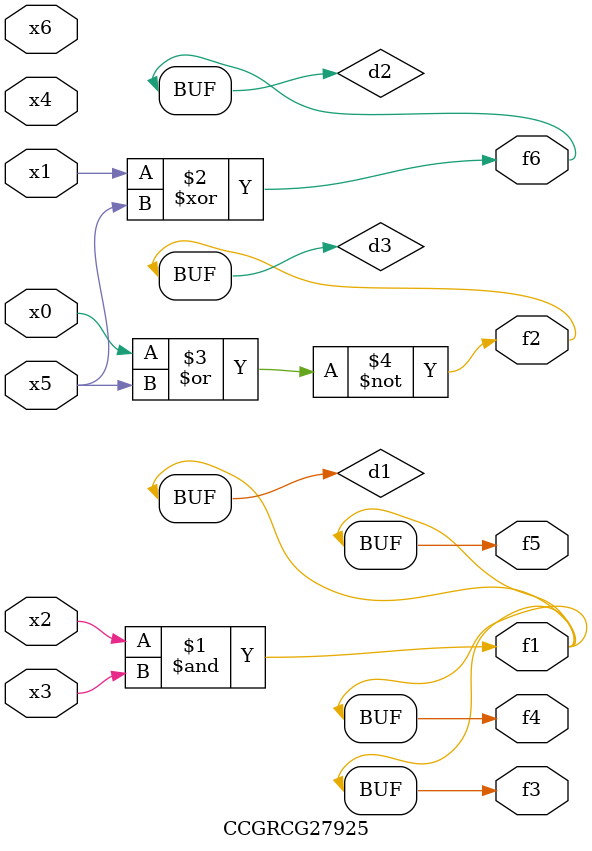
<source format=v>
module CCGRCG27925(
	input x0, x1, x2, x3, x4, x5, x6,
	output f1, f2, f3, f4, f5, f6
);

	wire d1, d2, d3;

	and (d1, x2, x3);
	xor (d2, x1, x5);
	nor (d3, x0, x5);
	assign f1 = d1;
	assign f2 = d3;
	assign f3 = d1;
	assign f4 = d1;
	assign f5 = d1;
	assign f6 = d2;
endmodule

</source>
